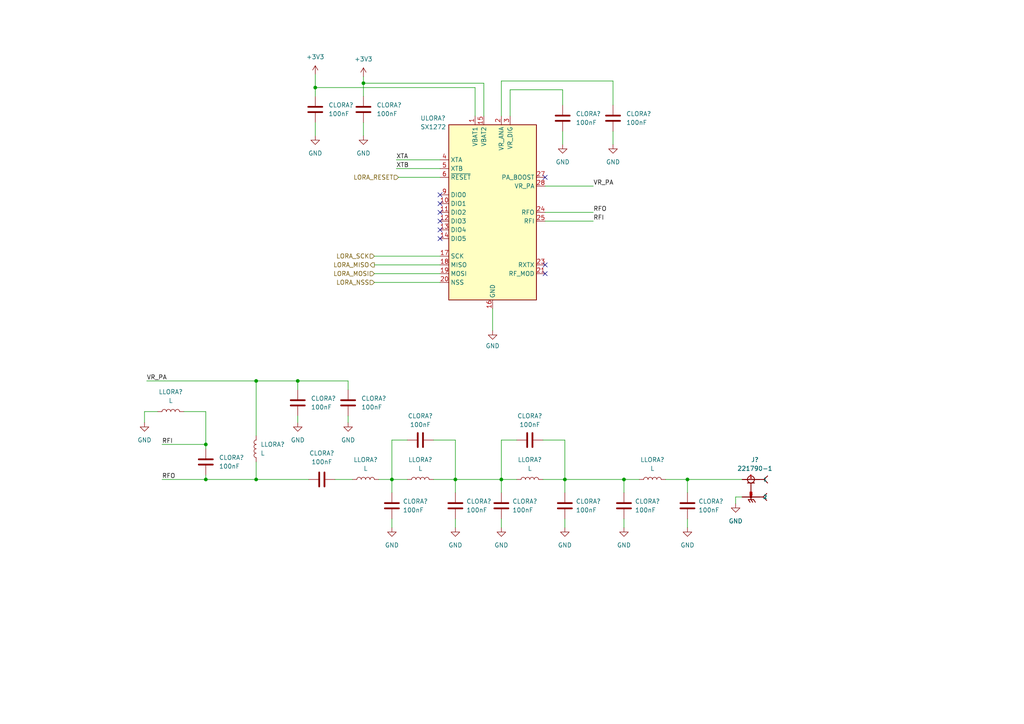
<source format=kicad_sch>
(kicad_sch (version 20211123) (generator eeschema)
  (paper "A4")
  (lib_symbols
    (symbol "Device:C" (pin_numbers hide) (pin_names (offset 0.254))
      (property "Reference" "C" (at 0.635 2.54 0))
      (property "Value" "C" (at 0.635 -2.54 0))
      (symbol "C_0_1"
        (polyline (pts (xy -2.032 -0.762) (xy 2.032 -0.762)) (stroke (width 0.508)))
        (polyline (pts (xy -2.032 0.762) (xy 2.032 0.762)) (stroke (width 0.508)))
      )
      (symbol "C_1_1"
        (pin passive line (at 0 3.81 270) (length 2.794) (name "~") (number "1"))
        (pin passive line (at 0 -3.81 90) (length 2.794) (name "~") (number "2"))
      )
    )
    (symbol "Device:L" (pin_numbers hide) (pin_names (offset 1.016) hide)
      (property "Reference" "L" (at -1.27 0 90))
      (property "Value" "L" (at 1.905 0 90))
      (symbol "L_0_1"
        (arc (start 0 -2.54) (mid 0.635 -1.905) (end 0 -1.27))
        (arc (start 0 -1.27) (mid 0.635 -0.635) (end 0 0))
        (arc (start 0 0) (mid 0.635 0.635) (end 0 1.27))
        (arc (start 0 1.27) (mid 0.635 1.905) (end 0 2.54))
      )
      (symbol "L_1_1"
        (pin passive line (at 0 3.81 270) (length 1.27) (name "1") (number "1"))
        (pin passive line (at 0 -3.81 90) (length 1.27) (name "2") (number "2"))
      )
    )
    (symbol "RF:SX1272"
      (property "Reference" "U" (at 13.97 24.13 0))
      (property "Value" "SX1272" (at 13.97 21.59 0))
      (symbol "SX1272_0_1"
        (rectangle (start -12.7 25.4) (end 12.7 -25.4) (stroke (width 0.254)) (fill (type background)))
      )
      (symbol "SX1272_1_1"
        (pin power_in line (at -5.08 27.94 270) (length 2.54) (name "VBAT1") (number "1"))
        (pin bidirectional line (at -15.24 2.54 0) (length 2.54) (name "DIO1") (number "10"))
        (pin bidirectional line (at -15.24 0 0) (length 2.54) (name "DIO2") (number "11"))
        (pin bidirectional line (at -15.24 -2.54 0) (length 2.54) (name "DIO3") (number "12"))
        (pin bidirectional line (at -15.24 -5.08 0) (length 2.54) (name "DIO4") (number "13"))
        (pin bidirectional line (at -15.24 -7.62 0) (length 2.54) (name "DIO5") (number "14"))
        (pin power_in line (at -2.54 27.94 270) (length 2.54) (name "VBAT2") (number "15"))
        (pin power_in line (at 0 -27.94 90) (length 2.54) (name "GND") (number "16"))
        (pin input line (at -15.24 -12.7 0) (length 2.54) (name "SCK") (number "17"))
        (pin output line (at -15.24 -15.24 0) (length 2.54) (name "MISO") (number "18"))
        (pin input line (at -15.24 -17.78 0) (length 2.54) (name "MOSI") (number "19"))
        (pin power_in line (at 2.54 27.94 270) (length 2.54) (name "VR_ANA") (number "2"))
        (pin input line (at -15.24 -20.32 0) (length 2.54) (name "NSS") (number "20"))
        (pin output line (at 15.24 -17.78 180) (length 2.54) (name "RF_MOD") (number "21"))
        (pin passive line (at 0 -27.94 90) (length 2.54) hide (name "GND") (number "22"))
        (pin output line (at 15.24 -15.24 180) (length 2.54) (name "RXTX") (number "23"))
        (pin output line (at 15.24 0 180) (length 2.54) (name "RFO") (number "24"))
        (pin input line (at 15.24 -2.54 180) (length 2.54) (name "RFI") (number "25"))
        (pin passive line (at 0 -27.94 90) (length 2.54) hide (name "GND") (number "26"))
        (pin power_out line (at 15.24 10.16 180) (length 2.54) (name "PA_BOOST") (number "27"))
        (pin power_out line (at 15.24 7.62 180) (length 2.54) (name "VR_PA") (number "28"))
        (pin passive line (at 0 -27.94 90) (length 2.54) hide (name "GND") (number "29"))
        (pin power_in line (at 5.08 27.94 270) (length 2.54) (name "VR_DIG") (number "3"))
        (pin bidirectional line (at -15.24 15.24 0) (length 2.54) (name "XTA") (number "4"))
        (pin bidirectional line (at -15.24 12.7 0) (length 2.54) (name "XTB") (number "5"))
        (pin input line (at -15.24 10.16 0) (length 2.54) (name "~{RESET}") (number "6"))
        (pin no_connect line (at 12.7 -7.62 180) (length 2.54) hide (name "NC") (number "7"))
        (pin no_connect line (at 12.7 -5.08 180) (length 2.54) hide (name "NC") (number "8"))
        (pin bidirectional line (at -15.24 5.08 0) (length 2.54) (name "DIO0") (number "9"))
      )
    )
    (symbol "SMA_Angled:221790-1" (pin_names (offset 1.016))
      (property "Reference" "J" (at -3.81 4.064 0))
      (property "Value" "221790-1" (at -4.318 -5.588 0))
      (symbol "221790-1_0_0"
        (circle (center 0 -2.54) (radius 0.254) (stroke (width 0.254)))
        (polyline (pts (xy -4.826 1.524) (xy -3.81 2.54)) (stroke (width 0.254)))
        (polyline (pts (xy -4.826 3.556) (xy -3.81 2.54)) (stroke (width 0.254)))
        (polyline (pts (xy -4.572 -3.556) (xy -3.556 -2.54)) (stroke (width 0.254)))
        (polyline (pts (xy -4.572 -1.524) (xy -3.556 -2.54)) (stroke (width 0.254)))
        (polyline (pts (xy -3.81 2.54) (xy 2.54 2.54)) (stroke (width 0.254)))
        (polyline (pts (xy -1.016 1.524) (xy 0 1.524)) (stroke (width 0.254)))
        (polyline (pts (xy -0.762 -3.302) (xy -1.27 -4.064)) (stroke (width 0.254)))
        (polyline (pts (xy 0 -3.302) (xy -0.762 -3.302)) (stroke (width 0.254)))
        (polyline (pts (xy 0 -3.302) (xy -0.508 -4.064)) (stroke (width 0.254)))
        (polyline (pts (xy 0 -3.302) (xy 0.762 -3.302)) (stroke (width 0.254)))
        (polyline (pts (xy 0 -2.54) (xy -3.556 -2.54)) (stroke (width 0.254)))
        (polyline (pts (xy 0 -2.54) (xy 0 -3.302)) (stroke (width 0.254)))
        (polyline (pts (xy 0 1.524) (xy 0 -2.54)) (stroke (width 0.254)))
        (polyline (pts (xy 0 1.524) (xy 1.016 1.524)) (stroke (width 0.254)))
        (polyline (pts (xy 0.762 -3.302) (xy 0.254 -4.064)) (stroke (width 0.254)))
        (polyline (pts (xy 2.54 -2.54) (xy 0 -2.54)) (stroke (width 0.254)))
        (circle (center 0 2.54) (radius 1.016) (stroke (width 0.254)))
        (pin passive line (at 2.54 2.54 180) (length 5.08) (name "1") (number "1"))
        (pin passive line (at 2.54 -2.54 180) (length 5.08) (name "2") (number "2"))
        (pin passive line (at 2.54 -2.54 180) (length 5.08) (name "2") (number "3"))
        (pin passive line (at 2.54 -2.54 180) (length 5.08) (name "2") (number "4"))
        (pin passive line (at 2.54 -2.54 180) (length 5.08) (name "2") (number "5"))
      )
    )
    (symbol "power:+3V3" (power) (pin_names (offset 0))
      (property "Value" "+3V3" (at 0 3.556 0))
      (symbol "+3V3_0_1"
        (polyline (pts (xy -0.762 1.27) (xy 0 2.54)))
        (polyline (pts (xy 0 0) (xy 0 2.54)))
        (polyline (pts (xy 0 2.54) (xy 0.762 1.27)))
      )
      (symbol "+3V3_1_1"
        (pin power_in line (at 0 0 90) (length 0) hide (name "+3V3") (number "1"))
      )
    )
    (symbol "power:GND" (power) (pin_names (offset 0))
      (property "Value" "GND" (at 0 -3.81 0))
      (symbol "GND_0_1"
        (polyline (pts (xy 0 0) (xy 0 -1.27) (xy 1.27 -1.27) (xy 0 -2.54) (xy -1.27 -1.27) (xy 0 -1.27)))
      )
      (symbol "GND_1_1"
        (pin power_in line (at 0 0 270) (length 0) hide (name "GND") (number "1"))
      )
    )
  )
  (junction (at 91.44 25.4))
  (junction (at 163.83 139.065))
  (junction (at 59.69 139.065))
  (junction (at 74.295 110.49))
  (junction (at 59.69 128.905))
  (junction (at 86.36 110.49))
  (junction (at 132.08 139.065))
  (junction (at 145.415 139.065))
  (junction (at 105.41 24.13))
  (junction (at 113.665 139.065))
  (junction (at 180.975 139.065))
  (junction (at 199.39 139.065))
  (junction (at 74.295 139.065))
  (no_connect (at 158.115 79.375))
  (no_connect (at 127.635 64.135))
  (no_connect (at 127.635 56.515))
  (no_connect (at 127.635 66.675))
  (no_connect (at 127.635 59.055))
  (no_connect (at 127.635 69.215))
  (no_connect (at 127.635 61.595))
  (no_connect (at 158.115 51.435))
  (no_connect (at 158.115 76.835))
  (wire (pts (xy 147.955 26.035) (xy 147.955 33.655)))
  (wire (pts (xy 108.585 76.835) (xy 127.635 76.835)))
  (wire (pts (xy 213.36 146.05) (xy 213.36 144.145)))
  (wire (pts (xy 91.44 21.59) (xy 91.44 25.4)))
  (wire (pts (xy 145.415 139.065) (xy 149.86 139.065)))
  (wire (pts (xy 108.585 79.375) (xy 127.635 79.375)))
  (wire (pts (xy 158.115 53.975) (xy 172.085 53.975)))
  (wire (pts (xy 113.665 127.635) (xy 113.665 139.065)))
  (wire (pts (xy 108.585 81.915) (xy 127.635 81.915)))
  (wire (pts (xy 140.335 33.655) (xy 140.335 24.13)))
  (wire (pts (xy 91.44 25.4) (xy 91.44 27.94)))
  (wire (pts (xy 177.8 23.495) (xy 177.8 30.48)))
  (wire (pts (xy 132.08 139.065) (xy 125.73 139.065)))
  (wire (pts (xy 158.115 64.135) (xy 172.085 64.135)))
  (wire (pts (xy 157.48 127.635) (xy 163.83 127.635)))
  (wire (pts (xy 108.585 74.295) (xy 127.635 74.295)))
  (wire (pts (xy 163.195 38.1) (xy 163.195 41.91)))
  (wire (pts (xy 137.795 33.655) (xy 137.795 25.4)))
  (wire (pts (xy 74.295 139.065) (xy 89.535 139.065)))
  (wire (pts (xy 74.295 110.49) (xy 42.545 110.49)))
  (wire (pts (xy 59.69 137.795) (xy 59.69 139.065)))
  (wire (pts (xy 132.08 150.495) (xy 132.08 153.035)))
  (wire (pts (xy 114.935 48.895) (xy 127.635 48.895)))
  (wire (pts (xy 163.83 139.065) (xy 157.48 139.065)))
  (wire (pts (xy 145.415 23.495) (xy 177.8 23.495)))
  (wire (pts (xy 132.08 127.635) (xy 132.08 139.065)))
  (wire (pts (xy 163.195 26.035) (xy 147.955 26.035)))
  (wire (pts (xy 199.39 139.065) (xy 193.04 139.065)))
  (wire (pts (xy 105.41 24.13) (xy 140.335 24.13)))
  (wire (pts (xy 113.665 150.495) (xy 113.665 153.035)))
  (wire (pts (xy 180.975 139.065) (xy 185.42 139.065)))
  (wire (pts (xy 163.83 150.495) (xy 163.83 153.035)))
  (wire (pts (xy 132.08 139.065) (xy 145.415 139.065)))
  (wire (pts (xy 125.73 127.635) (xy 132.08 127.635)))
  (wire (pts (xy 163.83 127.635) (xy 163.83 139.065)))
  (wire (pts (xy 100.965 120.65) (xy 100.965 122.555)))
  (wire (pts (xy 145.415 150.495) (xy 145.415 153.035)))
  (wire (pts (xy 180.975 139.065) (xy 180.975 142.875)))
  (wire (pts (xy 59.69 119.38) (xy 59.69 128.905)))
  (wire (pts (xy 59.69 139.065) (xy 46.99 139.065)))
  (wire (pts (xy 59.69 128.905) (xy 59.69 130.175)))
  (wire (pts (xy 97.155 139.065) (xy 102.235 139.065)))
  (wire (pts (xy 100.965 113.03) (xy 100.965 110.49)))
  (wire (pts (xy 213.36 144.145) (xy 215.265 144.145)))
  (wire (pts (xy 180.975 150.495) (xy 180.975 153.035)))
  (wire (pts (xy 86.36 110.49) (xy 86.36 113.03)))
  (wire (pts (xy 115.57 51.435) (xy 127.635 51.435)))
  (wire (pts (xy 86.36 110.49) (xy 74.295 110.49)))
  (wire (pts (xy 86.36 120.65) (xy 86.36 122.555)))
  (wire (pts (xy 199.39 150.495) (xy 199.39 153.035)))
  (wire (pts (xy 199.39 142.875) (xy 199.39 139.065)))
  (wire (pts (xy 105.41 24.13) (xy 105.41 27.94)))
  (wire (pts (xy 46.99 128.905) (xy 59.69 128.905)))
  (wire (pts (xy 137.795 25.4) (xy 91.44 25.4)))
  (wire (pts (xy 105.41 35.56) (xy 105.41 39.37)))
  (wire (pts (xy 145.415 139.065) (xy 145.415 142.875)))
  (wire (pts (xy 45.72 119.38) (xy 41.91 119.38)))
  (wire (pts (xy 74.295 139.065) (xy 59.69 139.065)))
  (wire (pts (xy 91.44 35.56) (xy 91.44 39.37)))
  (wire (pts (xy 41.91 119.38) (xy 41.91 122.555)))
  (wire (pts (xy 145.415 33.655) (xy 145.415 23.495)))
  (wire (pts (xy 74.295 133.985) (xy 74.295 139.065)))
  (wire (pts (xy 113.665 139.065) (xy 118.11 139.065)))
  (wire (pts (xy 142.875 89.535) (xy 142.875 95.885)))
  (wire (pts (xy 199.39 139.065) (xy 215.265 139.065)))
  (wire (pts (xy 145.415 127.635) (xy 145.415 139.065)))
  (wire (pts (xy 53.34 119.38) (xy 59.69 119.38)))
  (wire (pts (xy 163.195 30.48) (xy 163.195 26.035)))
  (wire (pts (xy 113.665 139.065) (xy 113.665 142.875)))
  (wire (pts (xy 74.295 126.365) (xy 74.295 110.49)))
  (wire (pts (xy 132.08 142.875) (xy 132.08 139.065)))
  (wire (pts (xy 158.115 61.595) (xy 172.085 61.595)))
  (wire (pts (xy 100.965 110.49) (xy 86.36 110.49)))
  (wire (pts (xy 114.935 46.355) (xy 127.635 46.355)))
  (wire (pts (xy 118.11 127.635) (xy 113.665 127.635)))
  (wire (pts (xy 177.8 38.1) (xy 177.8 41.91)))
  (wire (pts (xy 163.83 139.065) (xy 180.975 139.065)))
  (wire (pts (xy 149.86 127.635) (xy 145.415 127.635)))
  (wire (pts (xy 109.855 139.065) (xy 113.665 139.065)))
  (wire (pts (xy 105.41 22.225) (xy 105.41 24.13)))
  (wire (pts (xy 163.83 142.875) (xy 163.83 139.065)))
  (label "RFO" (at 46.99 139.065 0))
  (label "RFI" (at 172.085 64.135 0))
  (label "RFI" (at 46.99 128.905 0))
  (label "XTB" (at 114.935 48.895 0))
  (label "VR_PA" (at 42.545 110.49 0))
  (label "XTA" (at 114.935 46.355 0))
  (label "VR_PA" (at 172.085 53.975 0))
  (label "RFO" (at 172.085 61.595 0))
  (hierarchical_label "LORA_MISO" (shape output) (at 108.585 76.835 180))
  (hierarchical_label "LORA_MOSI" (shape input) (at 108.585 79.375 180))
  (hierarchical_label "LORA_SCK" (shape input) (at 108.585 74.295 180))
  (hierarchical_label "LORA_RESET" (shape input) (at 115.57 51.435 180))
  (hierarchical_label "LORA_NSS" (shape input) (at 108.585 81.915 180))
  (symbol (lib_id "Device:L") (at 106.045 139.065 90) (unit 1)
    (property "Reference" "LLORA?" (at 106.045 133.35 90))
    (property "Value" "L" (at 106.045 135.89 90))
  )
  (symbol (lib_id "Device:C") (at 113.665 146.685 180) (unit 1)
    (property "Reference" "CLORA?" (at 116.84 145.4149 0) (effects (justify right)))
    (property "Value" "100nF" (at 116.84 147.9549 0) (effects (justify right)))
    (property "Footprint" "Capacitor_SMD:C_0402_1005Metric_Pad0.74x0.62mm_HandSolder" (effects hide))
  )
  (symbol (lib_id "power:GND") (at 91.44 39.37 0) (unit 1)
    (property "Reference" "#PWR?" (effects hide))
    (property "Value" "GND" (at 91.44 44.45 0))
  )
  (symbol (lib_id "Device:C") (at 199.39 146.685 180) (unit 1)
    (property "Reference" "CLORA?" (at 202.565 145.4149 0) (effects (justify right)))
    (property "Value" "100nF" (at 202.565 147.9549 0) (effects (justify right)))
    (property "Footprint" "Capacitor_SMD:C_0402_1005Metric_Pad0.74x0.62mm_HandSolder" (effects hide))
  )
  (symbol (lib_id "Device:C") (at 153.67 127.635 270) (unit 1)
    (property "Reference" "CLORA?" (at 153.67 120.65 90))
    (property "Value" "100nF" (at 153.67 123.19 90))
    (property "Footprint" "Capacitor_SMD:C_0402_1005Metric_Pad0.74x0.62mm_HandSolder" (effects hide))
  )
  (symbol (lib_id "power:GND") (at 132.08 153.035 0) (unit 1)
    (property "Reference" "#PWR?" (effects hide))
    (property "Value" "GND" (at 132.08 158.115 0))
  )
  (symbol (lib_id "Device:C") (at 86.36 116.84 0) (unit 1)
    (property "Reference" "CLORA?" (at 90.17 115.5699 0) (effects (justify left)))
    (property "Value" "100nF" (at 90.17 118.1099 0) (effects (justify left)))
    (property "Footprint" "Capacitor_SMD:C_0402_1005Metric_Pad0.74x0.62mm_HandSolder" (effects hide))
  )
  (symbol (lib_id "Device:L") (at 153.67 139.065 90) (unit 1)
    (property "Reference" "LLORA?" (at 153.67 133.35 90))
    (property "Value" "L" (at 153.67 135.89 90))
  )
  (symbol (lib_id "power:GND") (at 100.965 122.555 0) (unit 1)
    (property "Reference" "#PWR?" (effects hide))
    (property "Value" "GND" (at 100.965 127.635 0))
  )
  (symbol (lib_id "Device:C") (at 93.345 139.065 90) (unit 1)
    (property "Reference" "CLORA?" (at 93.345 131.445 90))
    (property "Value" "100nF" (at 93.345 133.985 90))
    (property "Footprint" "Capacitor_SMD:C_0402_1005Metric_Pad0.74x0.62mm_HandSolder" (effects hide))
  )
  (symbol (lib_id "power:GND") (at 41.91 122.555 0) (unit 1)
    (property "Reference" "#PWR?" (effects hide))
    (property "Value" "GND" (at 41.91 127.635 0))
  )
  (symbol (lib_id "Device:L") (at 121.92 139.065 90) (unit 1)
    (property "Reference" "LLORA?" (at 121.92 133.35 90))
    (property "Value" "L" (at 121.92 135.89 90))
  )
  (symbol (lib_id "power:GND") (at 163.195 41.91 0) (unit 1)
    (property "Reference" "#PWR?" (effects hide))
    (property "Value" "GND" (at 163.195 46.99 0))
  )
  (symbol (lib_id "power:GND") (at 86.36 122.555 0) (unit 1)
    (property "Reference" "#PWR?" (effects hide))
    (property "Value" "GND" (at 86.36 127.635 0))
  )
  (symbol (lib_id "Device:C") (at 105.41 31.75 0) (unit 1)
    (property "Reference" "CLORA?" (at 109.22 30.4799 0) (effects (justify left)))
    (property "Value" "100nF" (at 109.22 33.0199 0) (effects (justify left)))
    (property "Footprint" "Capacitor_SMD:C_0402_1005Metric_Pad0.74x0.62mm_HandSolder" (effects hide))
  )
  (symbol (lib_id "Device:C") (at 100.965 116.84 0) (unit 1)
    (property "Reference" "CLORA?" (at 104.775 115.5699 0) (effects (justify left)))
    (property "Value" "100nF" (at 104.775 118.1099 0) (effects (justify left)))
    (property "Footprint" "Capacitor_SMD:C_0402_1005Metric_Pad0.74x0.62mm_HandSolder" (effects hide))
  )
  (symbol (lib_id "Device:C") (at 145.415 146.685 180) (unit 1)
    (property "Reference" "CLORA?" (at 148.59 145.4149 0) (effects (justify right)))
    (property "Value" "100nF" (at 148.59 147.9549 0) (effects (justify right)))
    (property "Footprint" "Capacitor_SMD:C_0402_1005Metric_Pad0.74x0.62mm_HandSolder" (effects hide))
  )
  (symbol (lib_id "Device:C") (at 180.975 146.685 180) (unit 1)
    (property "Reference" "CLORA?" (at 184.15 145.4149 0) (effects (justify right)))
    (property "Value" "100nF" (at 184.15 147.9549 0) (effects (justify right)))
    (property "Footprint" "Capacitor_SMD:C_0402_1005Metric_Pad0.74x0.62mm_HandSolder" (effects hide))
  )
  (symbol (lib_id "power:+3V3") (at 105.41 22.225 0) (unit 1)
    (property "Reference" "#PWR?" (effects hide))
    (property "Value" "+3V3" (at 105.41 17.145 0))
  )
  (symbol (lib_id "Device:C") (at 59.69 133.985 0) (unit 1)
    (property "Reference" "CLORA?" (at 63.5 132.7149 0) (effects (justify left)))
    (property "Value" "100nF" (at 63.5 135.2549 0) (effects (justify left)))
    (property "Footprint" "Capacitor_SMD:C_0402_1005Metric_Pad0.74x0.62mm_HandSolder" (effects hide))
  )
  (symbol (lib_id "Device:C") (at 121.92 127.635 270) (unit 1)
    (property "Reference" "CLORA?" (at 121.92 120.65 90))
    (property "Value" "100nF" (at 121.92 123.19 90))
    (property "Footprint" "Capacitor_SMD:C_0402_1005Metric_Pad0.74x0.62mm_HandSolder" (effects hide))
  )
  (symbol (lib_id "power:GND") (at 105.41 39.37 0) (unit 1)
    (property "Reference" "#PWR?" (effects hide))
    (property "Value" "GND" (at 105.41 44.45 0))
  )
  (symbol (lib_id "power:GND") (at 142.875 95.885 0) (unit 1)
    (property "Reference" "#PWR?" (effects hide))
    (property "Value" "GND" (at 142.875 100.33 0))
  )
  (symbol (lib_id "Device:L") (at 49.53 119.38 90) (unit 1)
    (property "Reference" "LLORA?" (at 49.53 113.665 90))
    (property "Value" "L" (at 49.53 116.205 90))
  )
  (symbol (lib_id "Device:L") (at 189.23 139.065 90) (unit 1)
    (property "Reference" "LLORA?" (at 189.23 133.35 90))
    (property "Value" "L" (at 189.23 135.89 90))
  )
  (symbol (lib_id "Device:C") (at 163.195 34.29 0) (unit 1)
    (property "Reference" "CLORA?" (at 167.005 33.0199 0) (effects (justify left)))
    (property "Value" "100nF" (at 167.005 35.5599 0) (effects (justify left)))
    (property "Footprint" "Capacitor_SMD:C_0402_1005Metric_Pad0.74x0.62mm_HandSolder" (effects hide))
  )
  (symbol (lib_id "power:GND") (at 113.665 153.035 0) (unit 1)
    (property "Reference" "#PWR?" (effects hide))
    (property "Value" "GND" (at 113.665 158.115 0))
  )
  (symbol (lib_id "Device:C") (at 132.08 146.685 180) (unit 1)
    (property "Reference" "CLORA?" (at 135.255 145.4149 0) (effects (justify right)))
    (property "Value" "100nF" (at 135.255 147.9549 0) (effects (justify right)))
    (property "Footprint" "Capacitor_SMD:C_0402_1005Metric_Pad0.74x0.62mm_HandSolder" (effects hide))
  )
  (symbol (lib_id "power:GND") (at 180.975 153.035 0) (unit 1)
    (property "Reference" "#PWR?" (effects hide))
    (property "Value" "GND" (at 180.975 158.115 0))
  )
  (symbol (lib_id "power:GND") (at 163.83 153.035 0) (unit 1)
    (property "Reference" "#PWR?" (effects hide))
    (property "Value" "GND" (at 163.83 158.115 0))
  )
  (symbol (lib_id "Device:L") (at 74.295 130.175 180) (unit 1)
    (property "Reference" "LLORA?" (at 75.565 128.9049 0) (effects (justify right)))
    (property "Value" "L" (at 75.565 131.4449 0) (effects (justify right)))
  )
  (symbol (lib_id "power:+3V3") (at 91.44 21.59 0) (unit 1)
    (property "Reference" "#PWR?" (effects hide))
    (property "Value" "+3V3" (at 91.44 16.51 0))
  )
  (symbol (lib_id "power:GND") (at 199.39 153.035 0) (unit 1)
    (property "Reference" "#PWR?" (effects hide))
    (property "Value" "GND" (at 199.39 158.115 0))
  )
  (symbol (lib_id "power:GND") (at 177.8 41.91 0) (unit 1)
    (property "Reference" "#PWR?" (effects hide))
    (property "Value" "GND" (at 177.8 46.99 0))
  )
  (symbol (lib_id "Device:C") (at 91.44 31.75 0) (unit 1)
    (property "Reference" "CLORA?" (at 95.25 30.4799 0) (effects (justify left)))
    (property "Value" "100nF" (at 95.25 33.0199 0) (effects (justify left)))
    (property "Footprint" "Capacitor_SMD:C_0402_1005Metric_Pad0.74x0.62mm_HandSolder" (effects hide))
  )
  (symbol (lib_id "power:GND") (at 213.36 146.05 0) (mirror y) (unit 1)
    (property "Reference" "#PWR?" (effects hide))
    (property "Value" "GND" (at 213.36 151.13 0))
  )
  (symbol (lib_id "SMA_Angled:221790-1") (at 217.805 141.605 0) (mirror y) (unit 1)
    (property "Reference" "J?" (at 218.948 133.35 0))
    (property "Value" "221790-1" (at 218.948 135.89 0))
    (property "Footprint" "footprints:SMA_angled" (effects hide))
    (property "Datasheet" "Compliant with Exemptions" (effects hide))
    (property "Field4" "https://www.te.com/usa-en/product-221790-1.html?te_bu=Cor&te_type=disp&te_campaign=seda_glo_cor-seda-global-disp-prtnr-fy19-seda-model-bom-cta_sma-317_1&elqCampaignId=32493" (effects hide))
    (property "Field5" "221790-1" (effects hide))
    (property "Field6" "1" (effects hide))
  )
  (symbol (lib_id "power:GND") (at 145.415 153.035 0) (unit 1)
    (property "Reference" "#PWR?" (effects hide))
    (property "Value" "GND" (at 145.415 158.115 0))
  )
  (symbol (lib_id "Device:C") (at 163.83 146.685 180) (unit 1)
    (property "Reference" "CLORA?" (at 167.005 145.4149 0) (effects (justify right)))
    (property "Value" "100nF" (at 167.005 147.9549 0) (effects (justify right)))
    (property "Footprint" "Capacitor_SMD:C_0402_1005Metric_Pad0.74x0.62mm_HandSolder" (effects hide))
  )
  (symbol (lib_id "RF:SX1272") (at 142.875 61.595 0) (unit 1)
    (property "Reference" "ULORA?" (at 121.92 34.29 0) (effects (justify left)))
    (property "Value" "SX1272" (at 121.92 36.83 0) (effects (justify left)))
    (property "Footprint" "Package_DFN_QFN:QFN-28-1EP_6x6mm_P0.65mm_EP4.8x4.8mm" (effects hide))
    (property "Datasheet" "https://semtech.my.salesforce.com/sfc/p/#E0000000JelG/a/440000001NCE/v_VBhk1IolDgxwwnOpcS_vTFxPfSEPQbuneK3mWsXlU" (effects hide))
  )
  (symbol (lib_id "Device:C") (at 177.8 34.29 0) (unit 1)
    (property "Reference" "CLORA?" (at 181.61 33.0199 0) (effects (justify left)))
    (property "Value" "100nF" (at 181.61 35.5599 0) (effects (justify left)))
    (property "Footprint" "Capacitor_SMD:C_0402_1005Metric_Pad0.74x0.62mm_HandSolder" (effects hide))
  )
)
</source>
